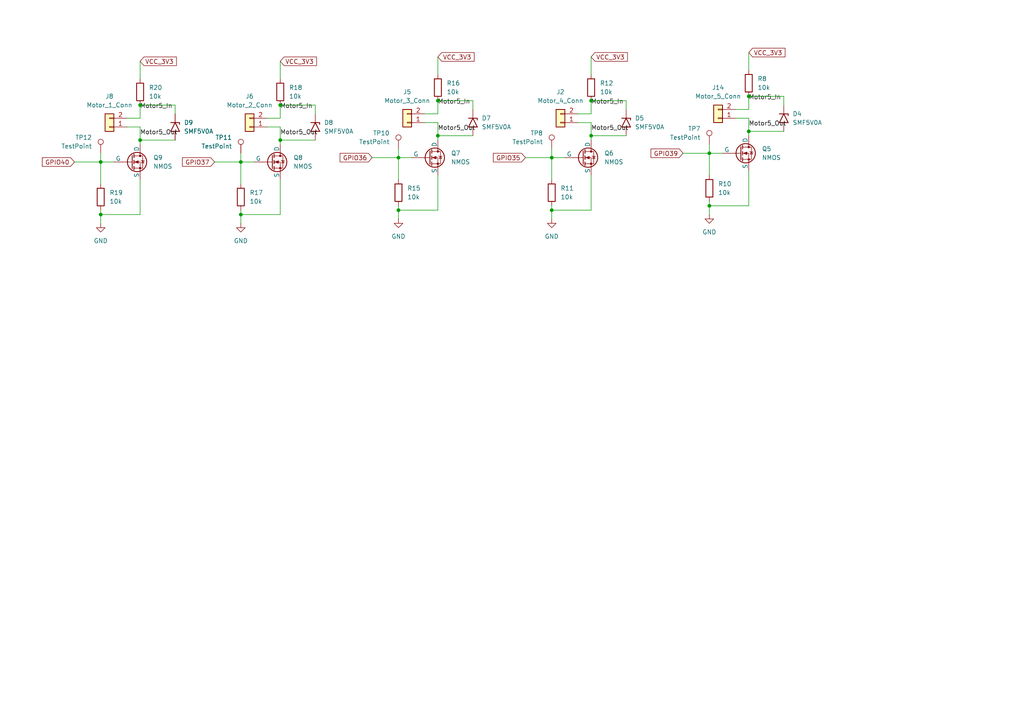
<source format=kicad_sch>
(kicad_sch (version 20250114) (generator "eeschema") (generator_version "9.0")
  (paper "A4")
  (lib_symbols
    (symbol "Connector:TestPoint" (pin_numbers (hide yes)) (pin_names (offset 0.762) (hide yes))
      (property "Reference" "TP" (at 0 6.858 0))
      (property "Value" "TestPoint" (at 0 5.08 0))
      (symbol "TestPoint_0_1"
        (circle (center 0 3.302) (radius 0.762))
      )
      (symbol "TestPoint_1_1"
        (pin passive line (at 0 0 90) (length 2.54) (name "1") (number "1"))
      )
    )
    (symbol "Connector_Generic:Conn_01x02" (pin_names (offset 1.016) (hide yes))
      (property "Reference" "J" (at 0 2.54 0))
      (property "Value" "Conn_01x02" (at 0 -5.08 0))
      (symbol "Conn_01x02_1_1"
        (rectangle (start -1.27 1.27) (end 1.27 -3.81) (stroke (width 0.254)) (fill (type background)))
        (rectangle (start -1.27 0.127) (end 0 -0.127) (stroke (width 0.1524)))
        (rectangle (start -1.27 -2.413) (end 0 -2.667) (stroke (width 0.1524)))
        (pin passive line (at -5.08 0 0) (length 3.81) (name "Pin_1") (number "1"))
        (pin passive line (at -5.08 -2.54 0) (length 3.81) (name "Pin_2") (number "2"))
      )
    )
    (symbol "Device:R" (pin_numbers (hide yes)) (pin_names (offset 0))
      (property "Reference" "R" (at 2.032 0 90))
      (property "Value" "R" (at 0 0 90))
      (symbol "R_0_1"
        (rectangle (start -1.016 -2.54) (end 1.016 2.54) (stroke (width 0.254)))
      )
      (symbol "R_1_1"
        (pin passive line (at 0 3.81 270) (length 1.27) (name "~") (number "1"))
        (pin passive line (at 0 -3.81 90) (length 1.27) (name "~") (number "2"))
      )
    )
    (symbol "Diode:SMF5V0A" (pin_numbers (hide yes)) (pin_names (offset 1.016) (hide yes))
      (property "Reference" "D" (at 0 2.54 0))
      (property "Value" "SMF5V0A" (at 0 -2.54 0))
      (symbol "SMF5V0A_0_1"
        (polyline (pts (xy -0.762 1.27) (xy -1.27 1.27) (xy -1.27 -1.27)) (stroke (width 0.254)))
        (polyline (pts (xy 1.27 1.27) (xy 1.27 -1.27) (xy -1.27 0) (xy 1.27 1.27)) (stroke (width 0.254)))
      )
      (symbol "SMF5V0A_1_1"
        (pin passive line (at -3.81 0 0) (length 2.54) (name "A1") (number "1"))
        (pin passive line (at 3.81 0 180) (length 2.54) (name "A2") (number "2"))
      )
    )
    (symbol "Simulation_SPICE:NMOS" (pin_numbers (hide yes)) (pin_names (offset 0))
      (property "Reference" "Q" (at 5.08 1.27 0))
      (property "Value" "NMOS" (at 5.08 -1.27 0))
      (symbol "NMOS_0_1"
        (polyline (pts (xy 0.254 1.905) (xy 0.254 -1.905)) (stroke (width 0.254)))
        (polyline (pts (xy 0.254 0) (xy -2.54 0)))
        (polyline (pts (xy 0.762 2.286) (xy 0.762 1.27)) (stroke (width 0.254)))
        (polyline (pts (xy 0.762 0.508) (xy 0.762 -0.508)) (stroke (width 0.254)))
        (polyline (pts (xy 0.762 -1.27) (xy 0.762 -2.286)) (stroke (width 0.254)))
        (polyline (pts (xy 0.762 -1.778) (xy 3.302 -1.778) (xy 3.302 1.778) (xy 0.762 1.778)))
        (polyline (pts (xy 1.016 0) (xy 2.032 0.381) (xy 2.032 -0.381) (xy 1.016 0)) (fill (type outline)))
        (circle (center 1.651 0) (radius 2.794) (stroke (width 0.254)))
        (polyline (pts (xy 2.54 2.54) (xy 2.54 1.778)))
        (circle (center 2.54 1.778) (radius 0.254) (fill (type outline)))
        (circle (center 2.54 -1.778) (radius 0.254) (fill (type outline)))
        (polyline (pts (xy 2.54 -2.54) (xy 2.54 0) (xy 0.762 0)))
        (polyline (pts (xy 2.794 0.508) (xy 2.921 0.381) (xy 3.683 0.381) (xy 3.81 0.254)))
        (polyline (pts (xy 3.302 0.381) (xy 2.921 -0.254) (xy 3.683 -0.254) (xy 3.302 0.381)))
      )
      (symbol "NMOS_1_1"
        (pin input line (at -5.08 0 0) (length 2.54) (name "G") (number "2"))
        (pin passive line (at 2.54 5.08 270) (length 2.54) (name "D") (number "1"))
        (pin passive line (at 2.54 -5.08 90) (length 2.54) (name "S") (number "3"))
      )
    )
    (symbol "power:GND" (power) (pin_numbers (hide yes)) (pin_names (offset 0) (hide yes))
      (property "Value" "GND" (at 0 -3.81 0))
      (symbol "GND_0_1"
        (polyline (pts (xy 0 0) (xy 0 -1.27) (xy 1.27 -1.27) (xy 0 -2.54) (xy -1.27 -1.27) (xy 0 -1.27)))
      )
      (symbol "GND_1_1"
        (pin power_in line (at 0 0 270) (length 0) (name "~") (number "1"))
      )
    )
  )
  (junction (at 29.21 62.23))
  (junction (at 160.02 45.72))
  (junction (at 40.64 30.48))
  (junction (at 127 29.21))
  (junction (at 160.02 60.96))
  (junction (at 171.45 39.37))
  (junction (at 81.28 30.48))
  (junction (at 171.45 29.21))
  (junction (at 40.64 40.64))
  (junction (at 29.21 46.99))
  (junction (at 115.57 45.72))
  (junction (at 69.85 62.23))
  (junction (at 81.28 40.64))
  (junction (at 115.57 60.96))
  (junction (at 127 39.37))
  (junction (at 69.85 46.99))
  (junction (at 217.17 38.1))
  (junction (at 217.17 27.94))
  (junction (at 205.74 44.45))
  (junction (at 205.74 59.69))
  (wire (pts (xy 160.02 60.96) (xy 160.02 63.5)))
  (wire (pts (xy 137.16 29.21) (xy 127 29.21)))
  (wire (pts (xy 29.21 60.96) (xy 29.21 62.23)))
  (wire (pts (xy 205.74 44.45) (xy 209.55 44.45)))
  (wire (pts (xy 123.19 33.02) (xy 127 33.02)))
  (wire (pts (xy 227.33 27.94) (xy 217.17 27.94)))
  (wire (pts (xy 81.28 52.07) (xy 81.28 62.23)))
  (wire (pts (xy 115.57 59.69) (xy 115.57 60.96)))
  (wire (pts (xy 181.61 31.75) (xy 181.61 29.21)))
  (wire (pts (xy 50.8 33.02) (xy 50.8 30.48)))
  (wire (pts (xy 40.64 40.64) (xy 40.64 41.91)))
  (wire (pts (xy 81.28 30.48) (xy 81.28 34.29)))
  (wire (pts (xy 40.64 52.07) (xy 40.64 62.23)))
  (wire (pts (xy 40.64 36.83) (xy 40.64 40.64)))
  (wire (pts (xy 167.64 35.56) (xy 171.45 35.56)))
  (wire (pts (xy 81.28 17.78) (xy 81.28 22.86)))
  (wire (pts (xy 77.47 34.29) (xy 81.28 34.29)))
  (wire (pts (xy 62.23 46.99) (xy 69.85 46.99)))
  (wire (pts (xy 171.45 16.51) (xy 171.45 21.59)))
  (wire (pts (xy 217.17 49.53) (xy 217.17 59.69)))
  (wire (pts (xy 81.28 62.23) (xy 69.85 62.23)))
  (wire (pts (xy 171.45 39.37) (xy 181.61 39.37)))
  (wire (pts (xy 91.44 33.02) (xy 91.44 30.48)))
  (wire (pts (xy 29.21 44.45) (xy 29.21 46.99)))
  (wire (pts (xy 29.21 46.99) (xy 29.21 53.34)))
  (wire (pts (xy 205.74 58.42) (xy 205.74 59.69)))
  (wire (pts (xy 160.02 45.72) (xy 163.83 45.72)))
  (wire (pts (xy 160.02 59.69) (xy 160.02 60.96)))
  (wire (pts (xy 205.74 41.91) (xy 205.74 44.45)))
  (wire (pts (xy 127 60.96) (xy 115.57 60.96)))
  (wire (pts (xy 160.02 43.18) (xy 160.02 45.72)))
  (wire (pts (xy 217.17 59.69) (xy 205.74 59.69)))
  (wire (pts (xy 127 29.21) (xy 127 33.02)))
  (wire (pts (xy 227.33 30.48) (xy 227.33 27.94)))
  (wire (pts (xy 115.57 45.72) (xy 119.38 45.72)))
  (wire (pts (xy 137.16 31.75) (xy 137.16 29.21)))
  (wire (pts (xy 217.17 34.29) (xy 217.17 38.1)))
  (wire (pts (xy 217.17 27.94) (xy 217.17 31.75)))
  (wire (pts (xy 160.02 45.72) (xy 160.02 52.07)))
  (wire (pts (xy 127 16.51) (xy 127 21.59)))
  (wire (pts (xy 115.57 43.18) (xy 115.57 45.72)))
  (wire (pts (xy 81.28 40.64) (xy 91.44 40.64)))
  (wire (pts (xy 171.45 29.21) (xy 171.45 33.02)))
  (wire (pts (xy 107.95 45.72) (xy 115.57 45.72)))
  (wire (pts (xy 152.4 45.72) (xy 160.02 45.72)))
  (wire (pts (xy 127 39.37) (xy 127 40.64)))
  (wire (pts (xy 77.47 36.83) (xy 81.28 36.83)))
  (wire (pts (xy 115.57 60.96) (xy 115.57 63.5)))
  (wire (pts (xy 40.64 30.48) (xy 40.64 34.29)))
  (wire (pts (xy 40.64 17.78) (xy 40.64 22.86)))
  (wire (pts (xy 127 35.56) (xy 127 39.37)))
  (wire (pts (xy 205.74 59.69) (xy 205.74 62.23)))
  (wire (pts (xy 50.8 30.48) (xy 40.64 30.48)))
  (wire (pts (xy 205.74 44.45) (xy 205.74 50.8)))
  (wire (pts (xy 217.17 38.1) (xy 227.33 38.1)))
  (wire (pts (xy 21.59 46.99) (xy 29.21 46.99)))
  (wire (pts (xy 171.45 35.56) (xy 171.45 39.37)))
  (wire (pts (xy 81.28 36.83) (xy 81.28 40.64)))
  (wire (pts (xy 69.85 44.45) (xy 69.85 46.99)))
  (wire (pts (xy 127 50.8) (xy 127 60.96)))
  (wire (pts (xy 217.17 15.24) (xy 217.17 20.32)))
  (wire (pts (xy 127 39.37) (xy 137.16 39.37)))
  (wire (pts (xy 213.36 31.75) (xy 217.17 31.75)))
  (wire (pts (xy 36.83 34.29) (xy 40.64 34.29)))
  (wire (pts (xy 167.64 33.02) (xy 171.45 33.02)))
  (wire (pts (xy 171.45 39.37) (xy 171.45 40.64)))
  (wire (pts (xy 69.85 60.96) (xy 69.85 62.23)))
  (wire (pts (xy 40.64 40.64) (xy 50.8 40.64)))
  (wire (pts (xy 115.57 45.72) (xy 115.57 52.07)))
  (wire (pts (xy 69.85 46.99) (xy 69.85 53.34)))
  (wire (pts (xy 198.12 44.45) (xy 205.74 44.45)))
  (wire (pts (xy 123.19 35.56) (xy 127 35.56)))
  (wire (pts (xy 69.85 46.99) (xy 73.66 46.99)))
  (wire (pts (xy 181.61 29.21) (xy 171.45 29.21)))
  (wire (pts (xy 171.45 50.8) (xy 171.45 60.96)))
  (wire (pts (xy 81.28 40.64) (xy 81.28 41.91)))
  (wire (pts (xy 29.21 62.23) (xy 29.21 64.77)))
  (wire (pts (xy 171.45 60.96) (xy 160.02 60.96)))
  (wire (pts (xy 91.44 30.48) (xy 81.28 30.48)))
  (wire (pts (xy 29.21 46.99) (xy 33.02 46.99)))
  (wire (pts (xy 40.64 62.23) (xy 29.21 62.23)))
  (wire (pts (xy 213.36 34.29) (xy 217.17 34.29)))
  (wire (pts (xy 36.83 36.83) (xy 40.64 36.83)))
  (wire (pts (xy 69.85 62.23) (xy 69.85 64.77)))
  (wire (pts (xy 217.17 38.1) (xy 217.17 39.37)))
  (label "Motor5_In" (at 40.64 31.75 0))
  (label "Motor5_In" (at 127 30.48 0))
  (label "Motor5_In" (at 171.45 30.48 0))
  (label "Motor5_Out" (at 171.45 38.1 0))
  (label "Motor5_Out" (at 40.64 39.37 0))
  (label "Motor5_Out" (at 217.17 36.83 0))
  (label "Motor5_In" (at 81.28 31.75 0))
  (label "Motor5_Out" (at 127 38.1 0))
  (label "Motor5_In" (at 217.17 29.21 0))
  (label "Motor5_Out" (at 81.28 39.37 0))
  (global_label "GPIO36" (shape input) (at 107.95 45.72 180) (property "Intersheetrefs" "${INTERSHEET_REFS}" (effects (hide yes))))
  (global_label "VCC_3V3" (shape input) (at 127 16.51 0) (property "Intersheetrefs" "${INTERSHEET_REFS}" (effects (hide yes))))
  (global_label "VCC_3V3" (shape input) (at 217.17 15.24 0) (property "Intersheetrefs" "${INTERSHEET_REFS}" (effects (hide yes))))
  (global_label "VCC_3V3" (shape input) (at 40.64 17.78 0) (property "Intersheetrefs" "${INTERSHEET_REFS}" (effects (hide yes))))
  (global_label "VCC_3V3" (shape input) (at 171.45 16.51 0) (property "Intersheetrefs" "${INTERSHEET_REFS}" (effects (hide yes))))
  (global_label "GPIO40" (shape input) (at 21.59 46.99 180) (property "Intersheetrefs" "${INTERSHEET_REFS}" (effects (hide yes))))
  (global_label "GPIO39" (shape input) (at 198.12 44.45 180) (property "Intersheetrefs" "${INTERSHEET_REFS}" (effects (hide yes))))
  (global_label "GPIO35" (shape input) (at 152.4 45.72 180) (property "Intersheetrefs" "${INTERSHEET_REFS}" (effects (hide yes))))
  (global_label "GPIO37" (shape input) (at 62.23 46.99 180) (property "Intersheetrefs" "${INTERSHEET_REFS}" (effects (hide yes))))
  (global_label "VCC_3V3" (shape input) (at 81.28 17.78 0) (property "Intersheetrefs" "${INTERSHEET_REFS}" (effects (hide yes))))
  (symbol (lib_id "Simulation_SPICE:NMOS") (at 214.63 44.45 0) (unit 1)
    (property "Reference" "Q5" (at 220.98 43.1799 0) (effects (justify left)))
    (property "Value" "NMOS" (at 220.98 45.7199 0) (effects (justify left)))
    (property "Footprint" "LocalComponents:SOT95P280X125-3N" (effects (hide yes)))
    (property "Datasheet" "https://mm.digikey.com/Volume0/opasdata/d220001/medias/docus/1133/AO3400A_ds.pdf?_gl=1*1wcdlbt*_up*MQ..*_gs*MQ..&gclid=Cj0KCQiA7rDMBhCjARIsAGDBuEBXnYQhqqKKxGM88_hza96SGTY9NWUrzoj5bcmoXqXWgF-YN852or0aAqxKEALw_wcB&gclsrc=aw.ds&gbraid=0AAAAADrbLljoKURFemPCAS4z6FiHILKIP" (effects (hide yes)))
    (property "Description" "N-MOSFET transistor, drain/source/gate" (effects (hide yes)))
    (property "Sim.Device" "NMOS" (effects (hide yes)))
    (property "Sim.Type" "VDMOS" (effects (hide yes)))
    (property "Sim.Pins" "1=D 2=G 3=S" (effects (hide yes)))
  )
  (symbol (lib_id "Diode:SMF5V0A") (at 91.44 36.83 270) (unit 1)
    (property "Reference" "D8" (at 93.98 35.5599 90) (effects (justify left)))
    (property "Value" "SMF5V0A" (at 93.98 38.0999 90) (effects (justify left)))
    (property "Footprint" "Diode_SMD:D_SMF" (effects (hide yes)))
    (property "Datasheet" "https://www.vishay.com/doc?85881" (effects (hide yes)))
    (property "Description" "200W unidirectional Transil Transient Voltage Suppressor, 5Vrwm, SMF" (effects (hide yes)))
  )
  (symbol (lib_id "Diode:SMF5V0A") (at 50.8 36.83 270) (unit 1)
    (property "Reference" "D9" (at 53.34 35.5599 90) (effects (justify left)))
    (property "Value" "SMF5V0A" (at 53.34 38.0999 90) (effects (justify left)))
    (property "Footprint" "Diode_SMD:D_SMF" (effects (hide yes)))
    (property "Datasheet" "https://www.vishay.com/doc?85881" (effects (hide yes)))
    (property "Description" "200W unidirectional Transil Transient Voltage Suppressor, 5Vrwm, SMF" (effects (hide yes)))
  )
  (symbol (lib_id "power:GND") (at 69.85 64.77 0) (unit 1)
    (property "Reference" "#PWR017" (effects (hide yes)))
    (property "Value" "GND" (at 69.85 69.85 0))
    (property "Description" "Power symbol creates a global label with name \"GND\" , ground" (effects (hide yes)))
  )
  (symbol (lib_id "Connector_Generic:Conn_01x02") (at 72.39 36.83 180) (unit 1)
    (property "Reference" "J6" (at 72.39 27.94 0))
    (property "Value" "Motor_2_Conn" (at 72.39 30.48 0))
    (property "Footprint" "Connector_JST:JST_XH_B2B-XH-AM_1x02_P2.50mm_Vertical" (effects (hide yes)))
    (property "Datasheet" "https://www.jst-mfg.com/product/pdf/eng/eXH.pdf" (effects (hide yes)))
    (property "Description" "Generic connector, single row, 01x02, script generated (kicad-library-utils/schlib/autogen/connector/)" (effects (hide yes)))
  )
  (symbol (lib_id "Device:R") (at 69.85 57.15 0) (unit 1)
    (property "Reference" "R17" (at 72.39 55.8799 0) (effects (justify left)))
    (property "Value" "10k" (at 72.39 58.4199 0) (effects (justify left)))
    (property "Footprint" "LocalComponents:STA_RMCF0402_STP" (effects (hide yes)))
    (property "Datasheet" "https://www.seielect.com/catalog/SEI-RMCF_RMCP.pdf" (effects (hide yes)))
    (property "Description" "Resistor" (effects (hide yes)))
  )
  (symbol (lib_id "Connector:TestPoint") (at 160.02 43.18 0) (mirror y) (unit 1)
    (property "Reference" "TP8" (at 157.48 38.6079 0) (effects (justify left)))
    (property "Value" "TestPoint" (at 157.48 41.1479 0) (effects (justify left)))
    (property "Description" "test point" (effects (hide yes)))
  )
  (symbol (lib_id "Connector_Generic:Conn_01x02") (at 208.28 34.29 180) (unit 1)
    (property "Reference" "J14" (at 208.28 25.4 0))
    (property "Value" "Motor_5_Conn" (at 208.28 27.94 0))
    (property "Footprint" "Connector_JST:JST_XH_B2B-XH-AM_1x02_P2.50mm_Vertical" (effects (hide yes)))
    (property "Datasheet" "https://www.jst-mfg.com/product/pdf/eng/eXH.pdf" (effects (hide yes)))
    (property "Description" "Generic connector, single row, 01x02, script generated (kicad-library-utils/schlib/autogen/connector/)" (effects (hide yes)))
  )
  (symbol (lib_id "Device:R") (at 29.21 57.15 0) (unit 1)
    (property "Reference" "R19" (at 31.75 55.8799 0) (effects (justify left)))
    (property "Value" "10k" (at 31.75 58.4199 0) (effects (justify left)))
    (property "Footprint" "LocalComponents:STA_RMCF0402_STP" (effects (hide yes)))
    (property "Datasheet" "https://www.seielect.com/catalog/SEI-RMCF_RMCP.pdf" (effects (hide yes)))
    (property "Description" "Resistor" (effects (hide yes)))
  )
  (symbol (lib_id "Connector_Generic:Conn_01x02") (at 118.11 35.56 180) (unit 1)
    (property "Reference" "J5" (at 118.11 26.67 0))
    (property "Value" "Motor_3_Conn" (at 118.11 29.21 0))
    (property "Footprint" "Connector_JST:JST_XH_B2B-XH-AM_1x02_P2.50mm_Vertical" (effects (hide yes)))
    (property "Datasheet" "https://www.jst-mfg.com/product/pdf/eng/eXH.pdf" (effects (hide yes)))
    (property "Description" "Generic connector, single row, 01x02, script generated (kicad-library-utils/schlib/autogen/connector/)" (effects (hide yes)))
  )
  (symbol (lib_id "Device:R") (at 171.45 25.4 0) (unit 1)
    (property "Reference" "R12" (at 173.99 24.1299 0) (effects (justify left)))
    (property "Value" "10k" (at 173.99 26.6699 0) (effects (justify left)))
    (property "Footprint" "LocalComponents:STA_RMCF0402_STP" (effects (hide yes)))
    (property "Datasheet" "https://www.seielect.com/catalog/SEI-RMCF_RMCP.pdf" (effects (hide yes)))
    (property "Description" "Resistor" (effects (hide yes)))
  )
  (symbol (lib_id "Simulation_SPICE:NMOS") (at 124.46 45.72 0) (unit 1)
    (property "Reference" "Q7" (at 130.81 44.4499 0) (effects (justify left)))
    (property "Value" "NMOS" (at 130.81 46.9899 0) (effects (justify left)))
    (property "Footprint" "LocalComponents:SOT95P280X125-3N" (effects (hide yes)))
    (property "Datasheet" "https://mm.digikey.com/Volume0/opasdata/d220001/medias/docus/1133/AO3400A_ds.pdf?_gl=1*1wcdlbt*_up*MQ..*_gs*MQ..&gclid=Cj0KCQiA7rDMBhCjARIsAGDBuEBXnYQhqqKKxGM88_hza96SGTY9NWUrzoj5bcmoXqXWgF-YN852or0aAqxKEALw_wcB&gclsrc=aw.ds&gbraid=0AAAAADrbLljoKURFemPCAS4z6FiHILKIP" (effects (hide yes)))
    (property "Description" "N-MOSFET transistor, drain/source/gate" (effects (hide yes)))
    (property "Sim.Device" "NMOS" (effects (hide yes)))
    (property "Sim.Type" "VDMOS" (effects (hide yes)))
    (property "Sim.Pins" "1=D 2=G 3=S" (effects (hide yes)))
  )
  (symbol (lib_id "Simulation_SPICE:NMOS") (at 38.1 46.99 0) (unit 1)
    (property "Reference" "Q9" (at 44.45 45.7199 0) (effects (justify left)))
    (property "Value" "NMOS" (at 44.45 48.2599 0) (effects (justify left)))
    (property "Footprint" "LocalComponents:SOT95P280X125-3N" (effects (hide yes)))
    (property "Datasheet" "https://mm.digikey.com/Volume0/opasdata/d220001/medias/docus/1133/AO3400A_ds.pdf?_gl=1*1wcdlbt*_up*MQ..*_gs*MQ..&gclid=Cj0KCQiA7rDMBhCjARIsAGDBuEBXnYQhqqKKxGM88_hza96SGTY9NWUrzoj5bcmoXqXWgF-YN852or0aAqxKEALw_wcB&gclsrc=aw.ds&gbraid=0AAAAADrbLljoKURFemPCAS4z6FiHILKIP" (effects (hide yes)))
    (property "Description" "N-MOSFET transistor, drain/source/gate" (effects (hide yes)))
    (property "Sim.Device" "NMOS" (effects (hide yes)))
    (property "Sim.Type" "VDMOS" (effects (hide yes)))
    (property "Sim.Pins" "1=D 2=G 3=S" (effects (hide yes)))
  )
  (symbol (lib_id "Device:R") (at 217.17 24.13 0) (unit 1)
    (property "Reference" "R8" (at 219.71 22.8599 0) (effects (justify left)))
    (property "Value" "10k" (at 219.71 25.3999 0) (effects (justify left)))
    (property "Footprint" "LocalComponents:STA_RMCF0402_STP" (effects (hide yes)))
    (property "Datasheet" "https://www.seielect.com/catalog/SEI-RMCF_RMCP.pdf" (effects (hide yes)))
    (property "Description" "Resistor" (effects (hide yes)))
  )
  (symbol (lib_id "Simulation_SPICE:NMOS") (at 168.91 45.72 0) (unit 1)
    (property "Reference" "Q6" (at 175.26 44.4499 0) (effects (justify left)))
    (property "Value" "NMOS" (at 175.26 46.9899 0) (effects (justify left)))
    (property "Footprint" "LocalComponents:SOT95P280X125-3N" (effects (hide yes)))
    (property "Datasheet" "https://mm.digikey.com/Volume0/opasdata/d220001/medias/docus/1133/AO3400A_ds.pdf?_gl=1*1wcdlbt*_up*MQ..*_gs*MQ..&gclid=Cj0KCQiA7rDMBhCjARIsAGDBuEBXnYQhqqKKxGM88_hza96SGTY9NWUrzoj5bcmoXqXWgF-YN852or0aAqxKEALw_wcB&gclsrc=aw.ds&gbraid=0AAAAADrbLljoKURFemPCAS4z6FiHILKIP" (effects (hide yes)))
    (property "Description" "N-MOSFET transistor, drain/source/gate" (effects (hide yes)))
    (property "Sim.Device" "NMOS" (effects (hide yes)))
    (property "Sim.Type" "VDMOS" (effects (hide yes)))
    (property "Sim.Pins" "1=D 2=G 3=S" (effects (hide yes)))
  )
  (symbol (lib_id "Connector:TestPoint") (at 205.74 41.91 0) (mirror y) (unit 1)
    (property "Reference" "TP7" (at 203.2 37.3379 0) (effects (justify left)))
    (property "Value" "TestPoint" (at 203.2 39.8779 0) (effects (justify left)))
    (property "Description" "test point" (effects (hide yes)))
  )
  (symbol (lib_id "power:GND") (at 160.02 63.5 0) (unit 1)
    (property "Reference" "#PWR015" (effects (hide yes)))
    (property "Value" "GND" (at 160.02 68.58 0))
    (property "Description" "Power symbol creates a global label with name \"GND\" , ground" (effects (hide yes)))
  )
  (symbol (lib_id "Connector:TestPoint") (at 69.85 44.45 0) (mirror y) (unit 1)
    (property "Reference" "TP11" (at 67.31 39.8779 0) (effects (justify left)))
    (property "Value" "TestPoint" (at 67.31 42.4179 0) (effects (justify left)))
    (property "Description" "test point" (effects (hide yes)))
  )
  (symbol (lib_id "Connector:TestPoint") (at 115.57 43.18 0) (mirror y) (unit 1)
    (property "Reference" "TP10" (at 113.03 38.6079 0) (effects (justify left)))
    (property "Value" "TestPoint" (at 113.03 41.1479 0) (effects (justify left)))
    (property "Description" "test point" (effects (hide yes)))
  )
  (symbol (lib_id "Connector_Generic:Conn_01x02") (at 31.75 36.83 180) (unit 1)
    (property "Reference" "J8" (at 31.75 27.94 0))
    (property "Value" "Motor_1_Conn" (at 31.75 30.48 0))
    (property "Footprint" "Connector_JST:JST_XH_B2B-XH-AM_1x02_P2.50mm_Vertical" (effects (hide yes)))
    (property "Datasheet" "https://www.jst-mfg.com/product/pdf/eng/eXH.pdf" (effects (hide yes)))
    (property "Description" "Generic connector, single row, 01x02, script generated (kicad-library-utils/schlib/autogen/connector/)" (effects (hide yes)))
  )
  (symbol (lib_id "Device:R") (at 205.74 54.61 0) (unit 1)
    (property "Reference" "R10" (at 208.28 53.3399 0) (effects (justify left)))
    (property "Value" "10k" (at 208.28 55.8799 0) (effects (justify left)))
    (property "Footprint" "LocalComponents:STA_RMCF0402_STP" (effects (hide yes)))
    (property "Datasheet" "https://www.seielect.com/catalog/SEI-RMCF_RMCP.pdf" (effects (hide yes)))
    (property "Description" "Resistor" (effects (hide yes)))
  )
  (symbol (lib_id "power:GND") (at 115.57 63.5 0) (unit 1)
    (property "Reference" "#PWR016" (effects (hide yes)))
    (property "Value" "GND" (at 115.57 68.58 0))
    (property "Description" "Power symbol creates a global label with name \"GND\" , ground" (effects (hide yes)))
  )
  (symbol (lib_id "Diode:SMF5V0A") (at 227.33 34.29 270) (unit 1)
    (property "Reference" "D4" (at 229.87 33.0199 90) (effects (justify left)))
    (property "Value" "SMF5V0A" (at 229.87 35.5599 90) (effects (justify left)))
    (property "Footprint" "Diode_SMD:D_SMF" (effects (hide yes)))
    (property "Datasheet" "https://www.vishay.com/doc?85881" (effects (hide yes)))
    (property "Description" "200W unidirectional Transil Transient Voltage Suppressor, 5Vrwm, SMF" (effects (hide yes)))
  )
  (symbol (lib_id "power:GND") (at 29.21 64.77 0) (unit 1)
    (property "Reference" "#PWR018" (effects (hide yes)))
    (property "Value" "GND" (at 29.21 69.85 0))
    (property "Description" "Power symbol creates a global label with name \"GND\" , ground" (effects (hide yes)))
  )
  (symbol (lib_id "Diode:SMF5V0A") (at 181.61 35.56 270) (unit 1)
    (property "Reference" "D5" (at 184.15 34.2899 90) (effects (justify left)))
    (property "Value" "SMF5V0A" (at 184.15 36.8299 90) (effects (justify left)))
    (property "Footprint" "Diode_SMD:D_SMF" (effects (hide yes)))
    (property "Datasheet" "https://www.vishay.com/doc?85881" (effects (hide yes)))
    (property "Description" "200W unidirectional Transil Transient Voltage Suppressor, 5Vrwm, SMF" (effects (hide yes)))
  )
  (symbol (lib_id "Diode:SMF5V0A") (at 137.16 35.56 270) (unit 1)
    (property "Reference" "D7" (at 139.7 34.2899 90) (effects (justify left)))
    (property "Value" "SMF5V0A" (at 139.7 36.8299 90) (effects (justify left)))
    (property "Footprint" "Diode_SMD:D_SMF" (effects (hide yes)))
    (property "Datasheet" "https://www.vishay.com/doc?85881" (effects (hide yes)))
    (property "Description" "200W unidirectional Transil Transient Voltage Suppressor, 5Vrwm, SMF" (effects (hide yes)))
  )
  (symbol (lib_id "Device:R") (at 40.64 26.67 0) (unit 1)
    (property "Reference" "R20" (at 43.18 25.3999 0) (effects (justify left)))
    (property "Value" "10k" (at 43.18 27.9399 0) (effects (justify left)))
    (property "Footprint" "LocalComponents:STA_RMCF0402_STP" (effects (hide yes)))
    (property "Datasheet" "https://www.seielect.com/catalog/SEI-RMCF_RMCP.pdf" (effects (hide yes)))
    (property "Description" "Resistor" (effects (hide yes)))
  )
  (symbol (lib_id "Connector:TestPoint") (at 29.21 44.45 0) (mirror y) (unit 1)
    (property "Reference" "TP12" (at 26.67 39.8779 0) (effects (justify left)))
    (property "Value" "TestPoint" (at 26.67 42.4179 0) (effects (justify left)))
    (property "Description" "test point" (effects (hide yes)))
  )
  (symbol (lib_id "power:GND") (at 205.74 62.23 0) (unit 1)
    (property "Reference" "#PWR07" (effects (hide yes)))
    (property "Value" "GND" (at 205.74 67.31 0))
    (property "Description" "Power symbol creates a global label with name \"GND\" , ground" (effects (hide yes)))
  )
  (symbol (lib_id "Device:R") (at 115.57 55.88 0) (unit 1)
    (property "Reference" "R15" (at 118.11 54.6099 0) (effects (justify left)))
    (property "Value" "10k" (at 118.11 57.1499 0) (effects (justify left)))
    (property "Footprint" "LocalComponents:STA_RMCF0402_STP" (effects (hide yes)))
    (property "Datasheet" "https://www.seielect.com/catalog/SEI-RMCF_RMCP.pdf" (effects (hide yes)))
    (property "Description" "Resistor" (effects (hide yes)))
  )
  (symbol (lib_id "Simulation_SPICE:NMOS") (at 78.74 46.99 0) (unit 1)
    (property "Reference" "Q8" (at 85.09 45.7199 0) (effects (justify left)))
    (property "Value" "NMOS" (at 85.09 48.2599 0) (effects (justify left)))
    (property "Footprint" "LocalComponents:SOT95P280X125-3N" (effects (hide yes)))
    (property "Datasheet" "https://mm.digikey.com/Volume0/opasdata/d220001/medias/docus/1133/AO3400A_ds.pdf?_gl=1*1wcdlbt*_up*MQ..*_gs*MQ..&gclid=Cj0KCQiA7rDMBhCjARIsAGDBuEBXnYQhqqKKxGM88_hza96SGTY9NWUrzoj5bcmoXqXWgF-YN852or0aAqxKEALw_wcB&gclsrc=aw.ds&gbraid=0AAAAADrbLljoKURFemPCAS4z6FiHILKIP" (effects (hide yes)))
    (property "Description" "N-MOSFET transistor, drain/source/gate" (effects (hide yes)))
    (property "Sim.Device" "NMOS" (effects (hide yes)))
    (property "Sim.Type" "VDMOS" (effects (hide yes)))
    (property "Sim.Pins" "1=D 2=G 3=S" (effects (hide yes)))
  )
  (symbol (lib_id "Device:R") (at 81.28 26.67 0) (unit 1)
    (property "Reference" "R18" (at 83.82 25.3999 0) (effects (justify left)))
    (property "Value" "10k" (at 83.82 27.9399 0) (effects (justify left)))
    (property "Footprint" "LocalComponents:STA_RMCF0402_STP" (effects (hide yes)))
    (property "Datasheet" "https://www.seielect.com/catalog/SEI-RMCF_RMCP.pdf" (effects (hide yes)))
    (property "Description" "Resistor" (effects (hide yes)))
  )
  (symbol (lib_id "Connector_Generic:Conn_01x02") (at 162.56 35.56 180) (unit 1)
    (property "Reference" "J2" (at 162.56 26.67 0))
    (property "Value" "Motor_4_Conn" (at 162.56 29.21 0))
    (property "Footprint" "Connector_JST:JST_XH_B2B-XH-AM_1x02_P2.50mm_Vertical" (effects (hide yes)))
    (property "Datasheet" "https://www.jst-mfg.com/product/pdf/eng/eXH.pdf" (effects (hide yes)))
    (property "Description" "Generic connector, single row, 01x02, script generated (kicad-library-utils/schlib/autogen/connector/)" (effects (hide yes)))
  )
  (symbol (lib_id "Device:R") (at 127 25.4 0) (unit 1)
    (property "Reference" "R16" (at 129.54 24.1299 0) (effects (justify left)))
    (property "Value" "10k" (at 129.54 26.6699 0) (effects (justify left)))
    (property "Footprint" "LocalComponents:STA_RMCF0402_STP" (effects (hide yes)))
    (property "Datasheet" "https://www.seielect.com/catalog/SEI-RMCF_RMCP.pdf" (effects (hide yes)))
    (property "Description" "Resistor" (effects (hide yes)))
  )
  (symbol (lib_id "Device:R") (at 160.02 55.88 0) (unit 1)
    (property "Reference" "R11" (at 162.56 54.6099 0) (effects (justify left)))
    (property "Value" "10k" (at 162.56 57.1499 0) (effects (justify left)))
    (property "Footprint" "LocalComponents:STA_RMCF0402_STP" (effects (hide yes)))
    (property "Datasheet" "https://www.seielect.com/catalog/SEI-RMCF_RMCP.pdf" (effects (hide yes)))
    (property "Description" "Resistor" (effects (hide yes)))
  )
)
</source>
